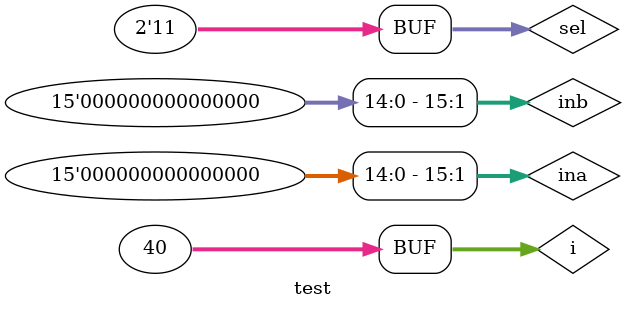
<source format=v>
module test();

	reg [15:0] ina, inb;
	reg [1:0] sel;
	wire [15:0] out1882 ; 
	wire overflow;
	integer i ;
	
	alu a1(ina, inb, sel, out1882, overflow);
	
	initial begin
		ina = 0; inb = 0; sel = 2'b11;
		for(i=0;i<40;i=i+1)
			#10 sel = sel + 1;
	end
	
	always
		#10 ina = $random;
	always	
		#10 inb = $random;
	
	always begin
		#10 $display(" add %d th : input1 = %b, input2 = %b, correct output = %b", i/4, ina,inb,ina+inb);
		#10 $display("sub %d th : input1 = %b, input2 = %b, correct output = %b", i/4, ina,inb,ina-inb);
		#10 $display("mul %d th : input1 = %b, input2 = %b, correct output = %b", i/4,ina,inb,ina*inb);
		#10 $display("div %d th : input1 = %b, input2 = %b, correct output = %b", i/4,ina,inb,ina/inb);
	end
	
	always begin
		#11 $display(" my output = %b", out1882);
		#11 $display(" my output = %b", out1882);
		#11 $display(" my output = %b", out1882);
		#11 $display(" my output = %b", out1882);
	end
	
endmodule
</source>
